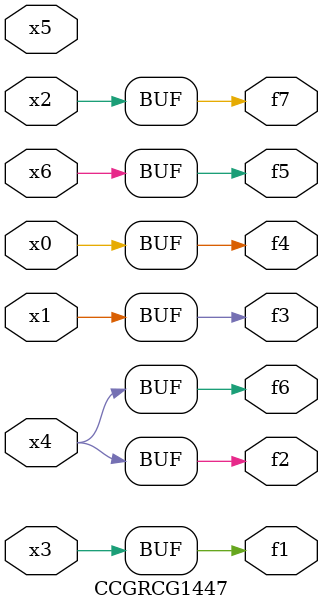
<source format=v>
module CCGRCG1447(
	input x0, x1, x2, x3, x4, x5, x6,
	output f1, f2, f3, f4, f5, f6, f7
);
	assign f1 = x3;
	assign f2 = x4;
	assign f3 = x1;
	assign f4 = x0;
	assign f5 = x6;
	assign f6 = x4;
	assign f7 = x2;
endmodule

</source>
